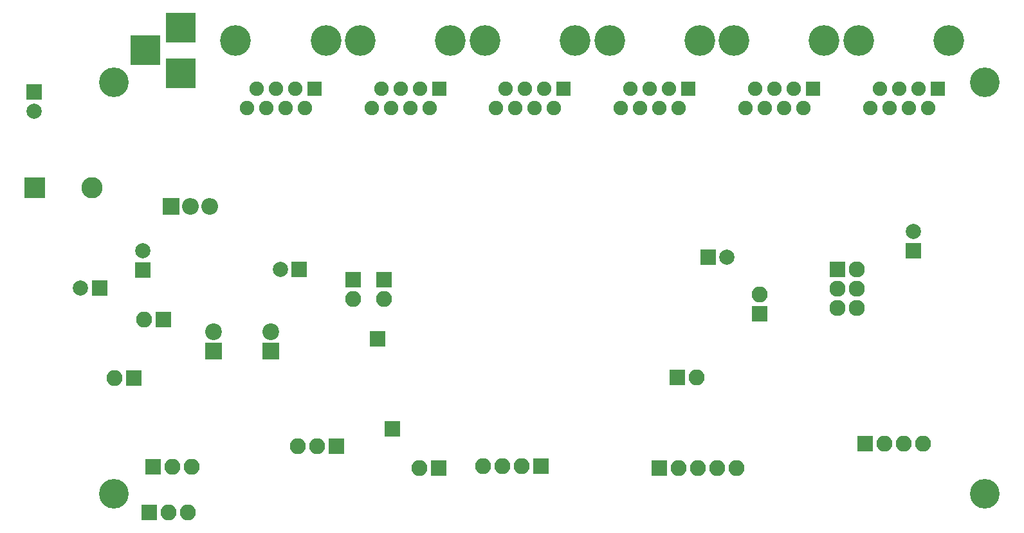
<source format=gbs>
G04 #@! TF.FileFunction,Soldermask,Bot*
%FSLAX46Y46*%
G04 Gerber Fmt 4.6, Leading zero omitted, Abs format (unit mm)*
G04 Created by KiCad (PCBNEW 4.0.6) date 02/16/18 16:32:41*
%MOMM*%
%LPD*%
G01*
G04 APERTURE LIST*
%ADD10C,0.100000*%
%ADD11C,4.050000*%
%ADD12R,1.900000X1.900000*%
%ADD13C,1.900000*%
%ADD14R,2.000000X2.000000*%
%ADD15C,2.000000*%
%ADD16R,2.100000X2.100000*%
%ADD17O,2.100000X2.100000*%
%ADD18R,2.127200X2.127200*%
%ADD19O,2.127200X2.127200*%
%ADD20R,2.200000X2.200000*%
%ADD21O,2.200000X2.200000*%
%ADD22R,3.900000X3.900000*%
%ADD23C,3.900000*%
%ADD24C,2.200000*%
%ADD25R,2.800000X2.800000*%
%ADD26C,2.800000*%
G04 APERTURE END LIST*
D10*
D11*
X183820000Y-63250000D03*
X195690000Y-63250000D03*
D12*
X194200000Y-69600000D03*
D13*
X192930000Y-72140000D03*
X191660000Y-69600000D03*
X190390000Y-72140000D03*
X189120000Y-69600000D03*
X187850000Y-72140000D03*
X186580000Y-69600000D03*
X185310000Y-72140000D03*
D14*
X75300000Y-70100000D03*
D15*
X75300000Y-72600000D03*
D14*
X89600000Y-93500000D03*
D15*
X89600000Y-91000000D03*
D14*
X83900000Y-95900000D03*
D15*
X81400000Y-95900000D03*
D14*
X164000000Y-91800000D03*
D15*
X166500000Y-91800000D03*
D14*
X110200000Y-93450000D03*
D15*
X107700000Y-93450000D03*
D16*
X142000000Y-119300000D03*
D17*
X139460000Y-119300000D03*
X136920000Y-119300000D03*
X134380000Y-119300000D03*
D16*
X157600000Y-119600000D03*
D17*
X160140000Y-119600000D03*
X162680000Y-119600000D03*
X165220000Y-119600000D03*
X167760000Y-119600000D03*
D18*
X181000000Y-93400000D03*
D19*
X183540000Y-93400000D03*
X181000000Y-95940000D03*
X183540000Y-95940000D03*
X181000000Y-98480000D03*
X183540000Y-98480000D03*
D11*
X167420000Y-63250000D03*
X179290000Y-63250000D03*
D12*
X177800000Y-69600000D03*
D13*
X176530000Y-72140000D03*
X175260000Y-69600000D03*
X173990000Y-72140000D03*
X172720000Y-69600000D03*
X171450000Y-72140000D03*
X170180000Y-69600000D03*
X168910000Y-72140000D03*
D11*
X151020000Y-63250000D03*
X162890000Y-63250000D03*
D12*
X161400000Y-69600000D03*
D13*
X160130000Y-72140000D03*
X158860000Y-69600000D03*
X157590000Y-72140000D03*
X156320000Y-69600000D03*
X155050000Y-72140000D03*
X153780000Y-69600000D03*
X152510000Y-72140000D03*
D11*
X134620000Y-63250000D03*
X146490000Y-63250000D03*
D12*
X145000000Y-69600000D03*
D13*
X143730000Y-72140000D03*
X142460000Y-69600000D03*
X141190000Y-72140000D03*
X139920000Y-69600000D03*
X138650000Y-72140000D03*
X137380000Y-69600000D03*
X136110000Y-72140000D03*
D11*
X118220000Y-63250000D03*
X130090000Y-63250000D03*
D12*
X128600000Y-69600000D03*
D13*
X127330000Y-72140000D03*
X126060000Y-69600000D03*
X124790000Y-72140000D03*
X123520000Y-69600000D03*
X122250000Y-72140000D03*
X120980000Y-69600000D03*
X119710000Y-72140000D03*
D11*
X101820000Y-63250000D03*
X113690000Y-63250000D03*
D12*
X112200000Y-69600000D03*
D13*
X110930000Y-72140000D03*
X109660000Y-69600000D03*
X108390000Y-72140000D03*
X107120000Y-69600000D03*
X105850000Y-72140000D03*
X104580000Y-69600000D03*
X103310000Y-72140000D03*
D20*
X93270000Y-85150000D03*
D21*
X95810000Y-85150000D03*
X98350000Y-85150000D03*
D22*
X94600000Y-67600000D03*
X94600000Y-61600000D03*
X89900000Y-64600000D03*
D16*
X115050000Y-116750000D03*
D17*
X112510000Y-116750000D03*
X109970000Y-116750000D03*
D23*
X85800000Y-123000000D03*
X200400000Y-123000000D03*
X200400000Y-68800000D03*
X85800000Y-68800000D03*
D20*
X106400000Y-104200000D03*
D24*
X106400000Y-101660000D03*
D20*
X98900000Y-104200000D03*
D24*
X98900000Y-101660000D03*
D16*
X90400000Y-125425000D03*
D17*
X92940000Y-125425000D03*
X95480000Y-125425000D03*
D16*
X90925000Y-119400000D03*
D17*
X93465000Y-119400000D03*
X96005000Y-119400000D03*
D14*
X191010000Y-90950000D03*
D15*
X191010000Y-88450000D03*
D16*
X120480000Y-102540000D03*
X122450000Y-114450000D03*
X170800000Y-99300000D03*
D17*
X170800000Y-96760000D03*
D16*
X88400000Y-107700000D03*
D17*
X85860000Y-107700000D03*
D16*
X92300000Y-100000000D03*
D17*
X89760000Y-100000000D03*
D16*
X184700000Y-116400000D03*
D17*
X187240000Y-116400000D03*
X189780000Y-116400000D03*
X192320000Y-116400000D03*
D25*
X75400000Y-82640000D03*
D26*
X82900000Y-82640000D03*
D16*
X117300000Y-94800000D03*
D17*
X117300000Y-97340000D03*
D16*
X159940000Y-107670000D03*
D17*
X162480000Y-107670000D03*
D16*
X128520000Y-119630000D03*
D17*
X125980000Y-119630000D03*
D16*
X121300000Y-94800000D03*
D17*
X121300000Y-97340000D03*
M02*

</source>
